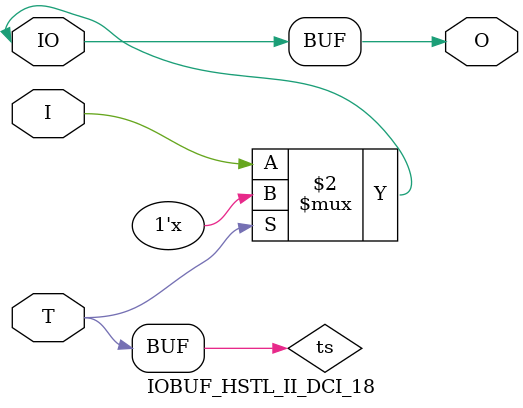
<source format=v>

/*

FUNCTION	: INPUT TRI-STATE OUTPUT BUFFER

*/

`celldefine
`timescale  100 ps / 10 ps

module IOBUF_HSTL_II_DCI_18 (O, IO, I, T);

    output O;

    inout  IO;

    input  I, T;

    or O1 (ts, 1'b0, T);
    bufif0 T1 (IO, I, ts);

    buf B1 (O, IO);

endmodule

</source>
